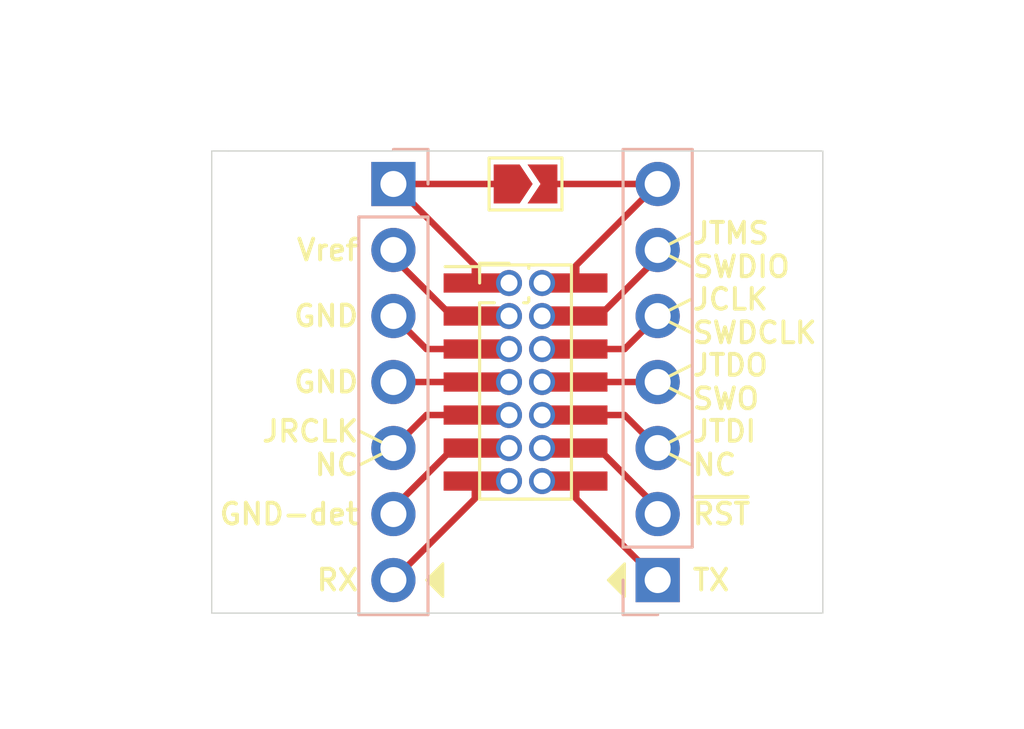
<source format=kicad_pcb>
(kicad_pcb (version 20171130) (host pcbnew "(5.1.8)-1")

  (general
    (thickness 1.6)
    (drawings 33)
    (tracks 45)
    (zones 0)
    (modules 5)
    (nets 16)
  )

  (page A4)
  (layers
    (0 F.Cu signal)
    (31 B.Cu signal)
    (32 B.Adhes user)
    (33 F.Adhes user)
    (34 B.Paste user)
    (35 F.Paste user)
    (36 B.SilkS user)
    (37 F.SilkS user)
    (38 B.Mask user)
    (39 F.Mask user)
    (40 Dwgs.User user)
    (41 Cmts.User user)
    (42 Eco1.User user)
    (43 Eco2.User user)
    (44 Edge.Cuts user)
    (45 Margin user)
    (46 B.CrtYd user)
    (47 F.CrtYd user)
    (48 B.Fab user)
    (49 F.Fab user)
  )

  (setup
    (last_trace_width 0.25)
    (trace_clearance 0.2)
    (zone_clearance 0.508)
    (zone_45_only no)
    (trace_min 0.2)
    (via_size 0.8)
    (via_drill 0.4)
    (via_min_size 0.4)
    (via_min_drill 0.3)
    (uvia_size 0.3)
    (uvia_drill 0.1)
    (uvias_allowed no)
    (uvia_min_size 0.2)
    (uvia_min_drill 0.1)
    (edge_width 0.05)
    (segment_width 0.2)
    (pcb_text_width 0.3)
    (pcb_text_size 1.5 1.5)
    (mod_edge_width 0.12)
    (mod_text_size 1 1)
    (mod_text_width 0.15)
    (pad_size 1 1)
    (pad_drill 0.65)
    (pad_to_mask_clearance 0)
    (aux_axis_origin 0 0)
    (visible_elements 7FFFFFFF)
    (pcbplotparams
      (layerselection 0x010fc_ffffffff)
      (usegerberextensions false)
      (usegerberattributes true)
      (usegerberadvancedattributes true)
      (creategerberjobfile true)
      (excludeedgelayer true)
      (linewidth 0.100000)
      (plotframeref false)
      (viasonmask false)
      (mode 1)
      (useauxorigin false)
      (hpglpennumber 1)
      (hpglpenspeed 20)
      (hpglpendiameter 15.000000)
      (psnegative false)
      (psa4output false)
      (plotreference true)
      (plotvalue true)
      (plotinvisibletext false)
      (padsonsilk false)
      (subtractmaskfromsilk false)
      (outputformat 1)
      (mirror false)
      (drillshape 1)
      (scaleselection 1)
      (outputdirectory ""))
  )

  (net 0 "")
  (net 1 TX)
  (net 2 RX)
  (net 3 NRST)
  (net 4 GND_detect)
  (net 5 JTDI_NC)
  (net 6 JRCLK_NC)
  (net 7 JTDO_SWO)
  (net 8 GND)
  (net 9 JCLK_SWDCLK)
  (net 10 JTMS_SWDIO)
  (net 11 Vref)
  (net 12 "Net-(J1-Pad2)")
  (net 13 "Net-(J1-Pad1)")
  (net 14 "Net-(J3-Pad1)")
  (net 15 "Net-(J4-Pad7)")

  (net_class Default "This is the default net class."
    (clearance 0.2)
    (trace_width 0.25)
    (via_dia 0.8)
    (via_drill 0.4)
    (uvia_dia 0.3)
    (uvia_drill 0.1)
    (add_net GND)
    (add_net GND_detect)
    (add_net JCLK_SWDCLK)
    (add_net JRCLK_NC)
    (add_net JTDI_NC)
    (add_net JTDO_SWO)
    (add_net JTMS_SWDIO)
    (add_net NRST)
    (add_net "Net-(J1-Pad1)")
    (add_net "Net-(J1-Pad2)")
    (add_net "Net-(J3-Pad1)")
    (add_net "Net-(J4-Pad7)")
    (add_net RX)
    (add_net TX)
    (add_net Vref)
  )

  (module Connector_PinHeader_2.54mm:PinHeader_1x07_P2.54mm_Vertical (layer B.Cu) (tedit 5FE1F7D1) (tstamp 5FE26BC8)
    (at 133.985 92.075)
    (descr "Through hole straight pin header, 1x07, 2.54mm pitch, single row")
    (tags "Through hole pin header THT 1x07 2.54mm single row")
    (path /5FE37377)
    (fp_text reference J4 (at 0 2.33) (layer B.SilkS) hide
      (effects (font (size 1 1) (thickness 0.15)) (justify mirror))
    )
    (fp_text value 2 (at 0 -17.57) (layer B.Fab) hide
      (effects (font (size 1 1) (thickness 0.15)) (justify mirror))
    )
    (fp_line (start 1.8 1.8) (end -1.8 1.8) (layer B.CrtYd) (width 0.05))
    (fp_line (start 1.8 -17.05) (end 1.8 1.8) (layer B.CrtYd) (width 0.05))
    (fp_line (start -1.8 -17.05) (end 1.8 -17.05) (layer B.CrtYd) (width 0.05))
    (fp_line (start -1.8 1.8) (end -1.8 -17.05) (layer B.CrtYd) (width 0.05))
    (fp_line (start -1.33 1.33) (end 0 1.33) (layer B.SilkS) (width 0.12))
    (fp_line (start -1.33 0) (end -1.33 1.33) (layer B.SilkS) (width 0.12))
    (fp_line (start -1.33 -1.27) (end 1.33 -1.27) (layer B.SilkS) (width 0.12))
    (fp_line (start 1.33 -1.27) (end 1.33 -16.57) (layer B.SilkS) (width 0.12))
    (fp_line (start -1.33 -1.27) (end -1.33 -16.57) (layer B.SilkS) (width 0.12))
    (fp_line (start -1.33 -16.57) (end 1.33 -16.57) (layer B.SilkS) (width 0.12))
    (fp_line (start -1.27 0.635) (end -0.635 1.27) (layer B.Fab) (width 0.1))
    (fp_line (start -1.27 -16.51) (end -1.27 0.635) (layer B.Fab) (width 0.1))
    (fp_line (start 1.27 -16.51) (end -1.27 -16.51) (layer B.Fab) (width 0.1))
    (fp_line (start 1.27 1.27) (end 1.27 -16.51) (layer B.Fab) (width 0.1))
    (fp_line (start -0.635 1.27) (end 1.27 1.27) (layer B.Fab) (width 0.1))
    (fp_text user %R (at 0 -7.62 -90) (layer B.Fab)
      (effects (font (size 1 1) (thickness 0.15)) (justify mirror))
    )
    (pad 7 thru_hole oval (at 0 -15.24) (size 1.7 1.7) (drill 1) (layers *.Cu *.Mask)
      (net 12 "Net-(J1-Pad2)"))
    (pad 6 thru_hole oval (at 0 -12.7) (size 1.7 1.7) (drill 1) (layers *.Cu *.Mask)
      (net 10 JTMS_SWDIO))
    (pad 5 thru_hole oval (at 0 -10.16) (size 1.7 1.7) (drill 1) (layers *.Cu *.Mask)
      (net 9 JCLK_SWDCLK))
    (pad 4 thru_hole oval (at 0 -7.62) (size 1.7 1.7) (drill 1) (layers *.Cu *.Mask)
      (net 7 JTDO_SWO))
    (pad 3 thru_hole oval (at 0 -5.08) (size 1.7 1.7) (drill 1) (layers *.Cu *.Mask)
      (net 5 JTDI_NC))
    (pad 2 thru_hole oval (at 0 -2.54) (size 1.7 1.7) (drill 1) (layers *.Cu *.Mask)
      (net 3 NRST))
    (pad 1 thru_hole rect (at 0 0) (size 1.7 1.7) (drill 1) (layers *.Cu *.Mask)
      (net 1 TX))
    (model ${KISYS3DMOD}/Connector_PinHeader_2.54mm.3dshapes/PinHeader_1x07_P2.54mm_Vertical.wrl
      (at (xyz 0 0 0))
      (scale (xyz 1 1 1))
      (rotate (xyz 0 0 0))
    )
  )

  (module Connector_PinHeader_2.54mm:PinHeader_1x07_P2.54mm_Vertical (layer B.Cu) (tedit 5FE1F7DA) (tstamp 5FE26BAD)
    (at 123.825 76.835 180)
    (descr "Through hole straight pin header, 1x07, 2.54mm pitch, single row")
    (tags "Through hole pin header THT 1x07 2.54mm single row")
    (path /5FE36E01)
    (fp_text reference J3 (at 0 2.33) (layer B.SilkS) hide
      (effects (font (size 1 1) (thickness 0.15)) (justify mirror))
    )
    (fp_text value 1 (at 0 -17.57) (layer B.Fab) hide
      (effects (font (size 1 1) (thickness 0.15)) (justify mirror))
    )
    (fp_line (start 1.8 1.8) (end -1.8 1.8) (layer B.CrtYd) (width 0.05))
    (fp_line (start 1.8 -17.05) (end 1.8 1.8) (layer B.CrtYd) (width 0.05))
    (fp_line (start -1.8 -17.05) (end 1.8 -17.05) (layer B.CrtYd) (width 0.05))
    (fp_line (start -1.8 1.8) (end -1.8 -17.05) (layer B.CrtYd) (width 0.05))
    (fp_line (start -1.33 1.33) (end 0 1.33) (layer B.SilkS) (width 0.12))
    (fp_line (start -1.33 0) (end -1.33 1.33) (layer B.SilkS) (width 0.12))
    (fp_line (start -1.33 -1.27) (end 1.33 -1.27) (layer B.SilkS) (width 0.12))
    (fp_line (start 1.33 -1.27) (end 1.33 -16.57) (layer B.SilkS) (width 0.12))
    (fp_line (start -1.33 -1.27) (end -1.33 -16.57) (layer B.SilkS) (width 0.12))
    (fp_line (start -1.33 -16.57) (end 1.33 -16.57) (layer B.SilkS) (width 0.12))
    (fp_line (start -1.27 0.635) (end -0.635 1.27) (layer B.Fab) (width 0.1))
    (fp_line (start -1.27 -16.51) (end -1.27 0.635) (layer B.Fab) (width 0.1))
    (fp_line (start 1.27 -16.51) (end -1.27 -16.51) (layer B.Fab) (width 0.1))
    (fp_line (start 1.27 1.27) (end 1.27 -16.51) (layer B.Fab) (width 0.1))
    (fp_line (start -0.635 1.27) (end 1.27 1.27) (layer B.Fab) (width 0.1))
    (fp_text user %R (at 0 -7.62 270) (layer B.Fab)
      (effects (font (size 1 1) (thickness 0.15)) (justify mirror))
    )
    (pad 7 thru_hole oval (at 0 -15.24 180) (size 1.7 1.7) (drill 1) (layers *.Cu *.Mask)
      (net 2 RX))
    (pad 6 thru_hole oval (at 0 -12.7 180) (size 1.7 1.7) (drill 1) (layers *.Cu *.Mask)
      (net 4 GND_detect))
    (pad 5 thru_hole oval (at 0 -10.16 180) (size 1.7 1.7) (drill 1) (layers *.Cu *.Mask)
      (net 6 JRCLK_NC))
    (pad 4 thru_hole oval (at 0 -7.62 180) (size 1.7 1.7) (drill 1) (layers *.Cu *.Mask)
      (net 8 GND))
    (pad 3 thru_hole oval (at 0 -5.08 180) (size 1.7 1.7) (drill 1) (layers *.Cu *.Mask)
      (net 8 GND))
    (pad 2 thru_hole oval (at 0 -2.54 180) (size 1.7 1.7) (drill 1) (layers *.Cu *.Mask)
      (net 11 Vref))
    (pad 1 thru_hole rect (at 0 0 180) (size 1.7 1.7) (drill 1) (layers *.Cu *.Mask)
      (net 13 "Net-(J1-Pad1)"))
    (model ${KISYS3DMOD}/Connector_PinHeader_2.54mm.3dshapes/PinHeader_1x07_P2.54mm_Vertical.wrl
      (at (xyz 0 0 0))
      (scale (xyz 1 1 1))
      (rotate (xyz 0 0 0))
    )
  )

  (module Jumper:SolderJumper-2_P1.3mm_Open_TrianglePad1.0x1.5mm (layer F.Cu) (tedit 5FE1F36A) (tstamp 5FE2591F)
    (at 128.905 76.835)
    (descr "SMD Solder Jumper, 1x1.5mm Triangular Pads, 0.3mm gap, open")
    (tags "solder jumper open")
    (path /5FE2B60A)
    (attr virtual)
    (fp_text reference JP1 (at 0 -1.8) (layer F.SilkS) hide
      (effects (font (size 1 1) (thickness 0.15)))
    )
    (fp_text value Reserved (at 0 1.9) (layer F.Fab)
      (effects (font (size 1 1) (thickness 0.15)))
    )
    (fp_line (start 1.65 1.25) (end -1.65 1.25) (layer F.CrtYd) (width 0.05))
    (fp_line (start 1.65 1.25) (end 1.65 -1.25) (layer F.CrtYd) (width 0.05))
    (fp_line (start -1.65 -1.25) (end -1.65 1.25) (layer F.CrtYd) (width 0.05))
    (fp_line (start -1.65 -1.25) (end 1.65 -1.25) (layer F.CrtYd) (width 0.05))
    (fp_line (start -1.4 -1) (end 1.4 -1) (layer F.SilkS) (width 0.12))
    (fp_line (start 1.4 -1) (end 1.4 1) (layer F.SilkS) (width 0.12))
    (fp_line (start 1.4 1) (end -1.4 1) (layer F.SilkS) (width 0.12))
    (fp_line (start -1.4 1) (end -1.4 -1) (layer F.SilkS) (width 0.12))
    (pad 1 smd custom (at -0.725 0) (size 0.3 0.3) (layers F.Cu F.Mask)
      (net 14 "Net-(J3-Pad1)") (zone_connect 2)
      (options (clearance outline) (anchor rect))
      (primitives
        (gr_poly (pts
           (xy -0.5 -0.75) (xy 0.5 -0.75) (xy 1 0) (xy 0.5 0.75) (xy -0.5 0.75)
) (width 0))
      ))
    (pad 2 smd custom (at 0.725 0) (size 0.3 0.3) (layers F.Cu F.Mask)
      (net 15 "Net-(J4-Pad7)") (zone_connect 2)
      (options (clearance outline) (anchor rect))
      (primitives
        (gr_poly (pts
           (xy -0.65 -0.75) (xy 0.5 -0.75) (xy 0.5 0.75) (xy -0.65 0.75) (xy -0.15 0)
) (width 0))
      ))
  )

  (module Connector_PinHeader_1.27mm:PinHeader_2x07_P1.27mm_Vertical (layer F.Cu) (tedit 5FE1F7F5) (tstamp 5FE24DE4)
    (at 128.27 80.645)
    (descr "Through hole straight pin header, 2x07, 1.27mm pitch, double rows")
    (tags "Through hole pin header THT 2x07 1.27mm double row")
    (path /5FE27470)
    (fp_text reference J2 (at 0.635 -1.695) (layer F.SilkS) hide
      (effects (font (size 1 1) (thickness 0.15)))
    )
    (fp_text value STDC14_THT (at 0.635 9.315) (layer F.Fab)
      (effects (font (size 1 1) (thickness 0.15)))
    )
    (fp_line (start -0.2175 -0.635) (end 2.34 -0.635) (layer F.Fab) (width 0.1))
    (fp_line (start 2.34 -0.635) (end 2.34 8.255) (layer F.Fab) (width 0.1))
    (fp_line (start 2.34 8.255) (end -1.07 8.255) (layer F.Fab) (width 0.1))
    (fp_line (start -1.07 8.255) (end -1.07 0.2175) (layer F.Fab) (width 0.1))
    (fp_line (start -1.07 0.2175) (end -0.2175 -0.635) (layer F.Fab) (width 0.1))
    (fp_line (start -1.13 8.315) (end -0.30753 8.315) (layer F.SilkS) (width 0.12))
    (fp_line (start 1.57753 8.315) (end 2.4 8.315) (layer F.SilkS) (width 0.12))
    (fp_line (start 0.30753 8.315) (end 0.96247 8.315) (layer F.SilkS) (width 0.12))
    (fp_line (start -1.13 0.76) (end -1.13 8.315) (layer F.SilkS) (width 0.12))
    (fp_line (start 2.4 -0.695) (end 2.4 8.315) (layer F.SilkS) (width 0.12))
    (fp_line (start -1.13 0.76) (end -0.563471 0.76) (layer F.SilkS) (width 0.12))
    (fp_line (start 0.563471 0.76) (end 0.706529 0.76) (layer F.SilkS) (width 0.12))
    (fp_line (start 0.76 0.706529) (end 0.76 0.563471) (layer F.SilkS) (width 0.12))
    (fp_line (start 0.76 -0.563471) (end 0.76 -0.695) (layer F.SilkS) (width 0.12))
    (fp_line (start 0.76 -0.695) (end 0.96247 -0.695) (layer F.SilkS) (width 0.12))
    (fp_line (start 1.57753 -0.695) (end 2.4 -0.695) (layer F.SilkS) (width 0.12))
    (fp_line (start -1.13 0) (end -1.13 -0.76) (layer F.SilkS) (width 0.12))
    (fp_line (start -1.13 -0.76) (end 0 -0.76) (layer F.SilkS) (width 0.12))
    (fp_line (start -1.6 -1.15) (end -1.6 8.8) (layer F.CrtYd) (width 0.05))
    (fp_line (start -1.6 8.8) (end 2.85 8.8) (layer F.CrtYd) (width 0.05))
    (fp_line (start 2.85 8.8) (end 2.85 -1.15) (layer F.CrtYd) (width 0.05))
    (fp_line (start 2.85 -1.15) (end -1.6 -1.15) (layer F.CrtYd) (width 0.05))
    (fp_text user %R (at 0.635 3.81 90) (layer F.Fab)
      (effects (font (size 1 1) (thickness 0.15)))
    )
    (pad 14 thru_hole oval (at 1.27 7.62) (size 1 1) (drill 0.65) (layers *.Cu *.Mask)
      (net 1 TX))
    (pad 13 thru_hole oval (at 0 7.62) (size 1 1) (drill 0.65) (layers *.Cu *.Mask)
      (net 2 RX))
    (pad 12 thru_hole oval (at 1.27 6.35) (size 1 1) (drill 0.65) (layers *.Cu *.Mask)
      (net 3 NRST))
    (pad 11 thru_hole oval (at 0 6.35) (size 1 1) (drill 0.65) (layers *.Cu *.Mask)
      (net 4 GND_detect))
    (pad 10 thru_hole oval (at 1.27 5.08) (size 1 1) (drill 0.65) (layers *.Cu *.Mask)
      (net 5 JTDI_NC))
    (pad 9 thru_hole oval (at 0 5.08) (size 1 1) (drill 0.65) (layers *.Cu *.Mask)
      (net 6 JRCLK_NC))
    (pad 8 thru_hole oval (at 1.27 3.81) (size 1 1) (drill 0.65) (layers *.Cu *.Mask)
      (net 7 JTDO_SWO))
    (pad 7 thru_hole oval (at 0 3.81) (size 1 1) (drill 0.65) (layers *.Cu *.Mask)
      (net 8 GND))
    (pad 6 thru_hole oval (at 1.27 2.54) (size 1 1) (drill 0.65) (layers *.Cu *.Mask)
      (net 9 JCLK_SWDCLK))
    (pad 5 thru_hole oval (at 0 2.54) (size 1 1) (drill 0.65) (layers *.Cu *.Mask)
      (net 8 GND))
    (pad 4 thru_hole oval (at 1.27 1.27) (size 1 1) (drill 0.65) (layers *.Cu *.Mask)
      (net 10 JTMS_SWDIO))
    (pad 3 thru_hole oval (at 0 1.27) (size 1 1) (drill 0.65) (layers *.Cu *.Mask)
      (net 11 Vref))
    (pad 2 thru_hole oval (at 1.27 0) (size 1 1) (drill 0.65) (layers *.Cu *.Mask)
      (net 12 "Net-(J1-Pad2)"))
    (pad 1 thru_hole circle (at 0 0) (size 1 1) (drill 0.65) (layers *.Cu *.Mask)
      (net 13 "Net-(J1-Pad1)"))
    (model ${KISYS3DMOD}/Connector_PinHeader_1.27mm.3dshapes/PinHeader_2x07_P1.27mm_Vertical.wrl
      (at (xyz 0 0 0))
      (scale (xyz 1 1 1))
      (rotate (xyz 0 0 0))
    )
  )

  (module Connector_PinHeader_1.27mm:PinHeader_2x07_P1.27mm_Vertical_SMD (layer F.Cu) (tedit 59FED6E3) (tstamp 5FE24DBB)
    (at 128.905 84.455)
    (descr "surface-mounted straight pin header, 2x07, 1.27mm pitch, double rows")
    (tags "Surface mounted pin header SMD 2x07 1.27mm double row")
    (path /5FE1EFCC)
    (attr smd)
    (fp_text reference J1 (at 0 -5.505) (layer F.SilkS) hide
      (effects (font (size 1 1) (thickness 0.15)))
    )
    (fp_text value STDC14_SMD (at 0 5.505) (layer F.Fab)
      (effects (font (size 1 1) (thickness 0.15)))
    )
    (fp_line (start 1.705 4.445) (end -1.705 4.445) (layer F.Fab) (width 0.1))
    (fp_line (start -1.27 -4.445) (end 1.705 -4.445) (layer F.Fab) (width 0.1))
    (fp_line (start -1.705 4.445) (end -1.705 -4.01) (layer F.Fab) (width 0.1))
    (fp_line (start -1.705 -4.01) (end -1.27 -4.445) (layer F.Fab) (width 0.1))
    (fp_line (start 1.705 -4.445) (end 1.705 4.445) (layer F.Fab) (width 0.1))
    (fp_line (start -1.705 -4.01) (end -2.75 -4.01) (layer F.Fab) (width 0.1))
    (fp_line (start -2.75 -4.01) (end -2.75 -3.61) (layer F.Fab) (width 0.1))
    (fp_line (start -2.75 -3.61) (end -1.705 -3.61) (layer F.Fab) (width 0.1))
    (fp_line (start 1.705 -4.01) (end 2.75 -4.01) (layer F.Fab) (width 0.1))
    (fp_line (start 2.75 -4.01) (end 2.75 -3.61) (layer F.Fab) (width 0.1))
    (fp_line (start 2.75 -3.61) (end 1.705 -3.61) (layer F.Fab) (width 0.1))
    (fp_line (start -1.705 -2.74) (end -2.75 -2.74) (layer F.Fab) (width 0.1))
    (fp_line (start -2.75 -2.74) (end -2.75 -2.34) (layer F.Fab) (width 0.1))
    (fp_line (start -2.75 -2.34) (end -1.705 -2.34) (layer F.Fab) (width 0.1))
    (fp_line (start 1.705 -2.74) (end 2.75 -2.74) (layer F.Fab) (width 0.1))
    (fp_line (start 2.75 -2.74) (end 2.75 -2.34) (layer F.Fab) (width 0.1))
    (fp_line (start 2.75 -2.34) (end 1.705 -2.34) (layer F.Fab) (width 0.1))
    (fp_line (start -1.705 -1.47) (end -2.75 -1.47) (layer F.Fab) (width 0.1))
    (fp_line (start -2.75 -1.47) (end -2.75 -1.07) (layer F.Fab) (width 0.1))
    (fp_line (start -2.75 -1.07) (end -1.705 -1.07) (layer F.Fab) (width 0.1))
    (fp_line (start 1.705 -1.47) (end 2.75 -1.47) (layer F.Fab) (width 0.1))
    (fp_line (start 2.75 -1.47) (end 2.75 -1.07) (layer F.Fab) (width 0.1))
    (fp_line (start 2.75 -1.07) (end 1.705 -1.07) (layer F.Fab) (width 0.1))
    (fp_line (start -1.705 -0.2) (end -2.75 -0.2) (layer F.Fab) (width 0.1))
    (fp_line (start -2.75 -0.2) (end -2.75 0.2) (layer F.Fab) (width 0.1))
    (fp_line (start -2.75 0.2) (end -1.705 0.2) (layer F.Fab) (width 0.1))
    (fp_line (start 1.705 -0.2) (end 2.75 -0.2) (layer F.Fab) (width 0.1))
    (fp_line (start 2.75 -0.2) (end 2.75 0.2) (layer F.Fab) (width 0.1))
    (fp_line (start 2.75 0.2) (end 1.705 0.2) (layer F.Fab) (width 0.1))
    (fp_line (start -1.705 1.07) (end -2.75 1.07) (layer F.Fab) (width 0.1))
    (fp_line (start -2.75 1.07) (end -2.75 1.47) (layer F.Fab) (width 0.1))
    (fp_line (start -2.75 1.47) (end -1.705 1.47) (layer F.Fab) (width 0.1))
    (fp_line (start 1.705 1.07) (end 2.75 1.07) (layer F.Fab) (width 0.1))
    (fp_line (start 2.75 1.07) (end 2.75 1.47) (layer F.Fab) (width 0.1))
    (fp_line (start 2.75 1.47) (end 1.705 1.47) (layer F.Fab) (width 0.1))
    (fp_line (start -1.705 2.34) (end -2.75 2.34) (layer F.Fab) (width 0.1))
    (fp_line (start -2.75 2.34) (end -2.75 2.74) (layer F.Fab) (width 0.1))
    (fp_line (start -2.75 2.74) (end -1.705 2.74) (layer F.Fab) (width 0.1))
    (fp_line (start 1.705 2.34) (end 2.75 2.34) (layer F.Fab) (width 0.1))
    (fp_line (start 2.75 2.34) (end 2.75 2.74) (layer F.Fab) (width 0.1))
    (fp_line (start 2.75 2.74) (end 1.705 2.74) (layer F.Fab) (width 0.1))
    (fp_line (start -1.705 3.61) (end -2.75 3.61) (layer F.Fab) (width 0.1))
    (fp_line (start -2.75 3.61) (end -2.75 4.01) (layer F.Fab) (width 0.1))
    (fp_line (start -2.75 4.01) (end -1.705 4.01) (layer F.Fab) (width 0.1))
    (fp_line (start 1.705 3.61) (end 2.75 3.61) (layer F.Fab) (width 0.1))
    (fp_line (start 2.75 3.61) (end 2.75 4.01) (layer F.Fab) (width 0.1))
    (fp_line (start 2.75 4.01) (end 1.705 4.01) (layer F.Fab) (width 0.1))
    (fp_line (start -1.765 -4.505) (end 1.765 -4.505) (layer F.SilkS) (width 0.12))
    (fp_line (start -1.765 4.505) (end 1.765 4.505) (layer F.SilkS) (width 0.12))
    (fp_line (start -3.09 -4.44) (end -1.765 -4.44) (layer F.SilkS) (width 0.12))
    (fp_line (start -1.765 -4.505) (end -1.765 -4.44) (layer F.SilkS) (width 0.12))
    (fp_line (start 1.765 -4.505) (end 1.765 -4.44) (layer F.SilkS) (width 0.12))
    (fp_line (start -1.765 4.44) (end -1.765 4.505) (layer F.SilkS) (width 0.12))
    (fp_line (start 1.765 4.44) (end 1.765 4.505) (layer F.SilkS) (width 0.12))
    (fp_line (start -4.3 -4.95) (end -4.3 4.95) (layer F.CrtYd) (width 0.05))
    (fp_line (start -4.3 4.95) (end 4.3 4.95) (layer F.CrtYd) (width 0.05))
    (fp_line (start 4.3 4.95) (end 4.3 -4.95) (layer F.CrtYd) (width 0.05))
    (fp_line (start 4.3 -4.95) (end -4.3 -4.95) (layer F.CrtYd) (width 0.05))
    (fp_text user %R (at 0 0 90) (layer F.Fab)
      (effects (font (size 1 1) (thickness 0.15)))
    )
    (pad 14 smd rect (at 1.95 3.81) (size 2.4 0.74) (layers F.Cu F.Paste F.Mask)
      (net 1 TX))
    (pad 13 smd rect (at -1.95 3.81) (size 2.4 0.74) (layers F.Cu F.Paste F.Mask)
      (net 2 RX))
    (pad 12 smd rect (at 1.95 2.54) (size 2.4 0.74) (layers F.Cu F.Paste F.Mask)
      (net 3 NRST))
    (pad 11 smd rect (at -1.95 2.54) (size 2.4 0.74) (layers F.Cu F.Paste F.Mask)
      (net 4 GND_detect))
    (pad 10 smd rect (at 1.95 1.27) (size 2.4 0.74) (layers F.Cu F.Paste F.Mask)
      (net 5 JTDI_NC))
    (pad 9 smd rect (at -1.95 1.27) (size 2.4 0.74) (layers F.Cu F.Paste F.Mask)
      (net 6 JRCLK_NC))
    (pad 8 smd rect (at 1.95 0) (size 2.4 0.74) (layers F.Cu F.Paste F.Mask)
      (net 7 JTDO_SWO))
    (pad 7 smd rect (at -1.95 0) (size 2.4 0.74) (layers F.Cu F.Paste F.Mask)
      (net 8 GND))
    (pad 6 smd rect (at 1.95 -1.27) (size 2.4 0.74) (layers F.Cu F.Paste F.Mask)
      (net 9 JCLK_SWDCLK))
    (pad 5 smd rect (at -1.95 -1.27) (size 2.4 0.74) (layers F.Cu F.Paste F.Mask)
      (net 8 GND))
    (pad 4 smd rect (at 1.95 -2.54) (size 2.4 0.74) (layers F.Cu F.Paste F.Mask)
      (net 10 JTMS_SWDIO))
    (pad 3 smd rect (at -1.95 -2.54) (size 2.4 0.74) (layers F.Cu F.Paste F.Mask)
      (net 11 Vref))
    (pad 2 smd rect (at 1.95 -3.81) (size 2.4 0.74) (layers F.Cu F.Paste F.Mask)
      (net 12 "Net-(J1-Pad2)"))
    (pad 1 smd rect (at -1.95 -3.81) (size 2.4 0.74) (layers F.Cu F.Paste F.Mask)
      (net 13 "Net-(J1-Pad1)"))
    (model ${KISYS3DMOD}/Connector_PinHeader_1.27mm.3dshapes/PinHeader_2x07_P1.27mm_Vertical_SMD.wrl
      (at (xyz 0 0 0))
      (scale (xyz 1 1 1))
      (rotate (xyz 0 0 0))
    )
  )

  (dimension 23.495 (width 0.15) (layer Dwgs.User)
    (gr_text "0.9250 in" (at 128.5875 70.455) (layer Dwgs.User)
      (effects (font (size 1 1) (thickness 0.15)))
    )
    (feature1 (pts (xy 140.335 75.565) (xy 140.335 71.168579)))
    (feature2 (pts (xy 116.84 75.565) (xy 116.84 71.168579)))
    (crossbar (pts (xy 116.84 71.755) (xy 140.335 71.755)))
    (arrow1a (pts (xy 140.335 71.755) (xy 139.208496 72.341421)))
    (arrow1b (pts (xy 140.335 71.755) (xy 139.208496 71.168579)))
    (arrow2a (pts (xy 116.84 71.755) (xy 117.966504 72.341421)))
    (arrow2b (pts (xy 116.84 71.755) (xy 117.966504 71.168579)))
  )
  (dimension 17.78 (width 0.15) (layer Dwgs.User)
    (gr_text "0.7000 in" (at 112.365 84.455 270) (layer Dwgs.User)
      (effects (font (size 1 1) (thickness 0.15)))
    )
    (feature1 (pts (xy 116.84 93.345) (xy 113.078579 93.345)))
    (feature2 (pts (xy 116.84 75.565) (xy 113.078579 75.565)))
    (crossbar (pts (xy 113.665 75.565) (xy 113.665 93.345)))
    (arrow1a (pts (xy 113.665 93.345) (xy 113.078579 92.218496)))
    (arrow1b (pts (xy 113.665 93.345) (xy 114.251421 92.218496)))
    (arrow2a (pts (xy 113.665 75.565) (xy 113.078579 76.691504)))
    (arrow2b (pts (xy 113.665 75.565) (xy 114.251421 76.691504)))
  )
  (dimension 17.78 (width 0.15) (layer Dwgs.User)
    (gr_text "17.780 mm" (at 146.715 84.455 270) (layer Dwgs.User)
      (effects (font (size 1 1) (thickness 0.15)))
    )
    (feature1 (pts (xy 140.335 93.345) (xy 146.001421 93.345)))
    (feature2 (pts (xy 140.335 75.565) (xy 146.001421 75.565)))
    (crossbar (pts (xy 145.415 75.565) (xy 145.415 93.345)))
    (arrow1a (pts (xy 145.415 93.345) (xy 144.828579 92.218496)))
    (arrow1b (pts (xy 145.415 93.345) (xy 146.001421 92.218496)))
    (arrow2a (pts (xy 145.415 75.565) (xy 144.828579 76.691504)))
    (arrow2b (pts (xy 145.415 75.565) (xy 146.001421 76.691504)))
  )
  (dimension 23.495 (width 0.15) (layer Dwgs.User)
    (gr_text "23.495 mm" (at 128.5875 98.454999) (layer Dwgs.User)
      (effects (font (size 1 1) (thickness 0.15)))
    )
    (feature1 (pts (xy 140.335 93.345) (xy 140.335 97.74142)))
    (feature2 (pts (xy 116.84 93.345) (xy 116.84 97.74142)))
    (crossbar (pts (xy 116.84 97.154999) (xy 140.335 97.154999)))
    (arrow1a (pts (xy 140.335 97.154999) (xy 139.208496 97.74142)))
    (arrow1b (pts (xy 140.335 97.154999) (xy 139.208496 96.568578)))
    (arrow2a (pts (xy 116.84 97.154999) (xy 117.966504 97.74142)))
    (arrow2b (pts (xy 116.84 97.154999) (xy 117.966504 96.568578)))
  )
  (gr_line (start 140.335 93.345) (end 140.335 75.565) (layer Edge.Cuts) (width 0.05) (tstamp 5FE1FB5A))
  (gr_line (start 116.84 93.345) (end 140.335 93.345) (layer Edge.Cuts) (width 0.05))
  (gr_line (start 116.84 75.565) (end 116.84 93.345) (layer Edge.Cuts) (width 0.05))
  (gr_line (start 117.475 75.565) (end 116.84 75.565) (layer Edge.Cuts) (width 0.05))
  (gr_line (start 140.335 75.565) (end 117.475 75.565) (layer Edge.Cuts) (width 0.05))
  (gr_text TX (at 135.255 92.075) (layer F.SilkS) (tstamp 5FE1FADA)
    (effects (font (size 0.8 0.8) (thickness 0.15)) (justify left))
  )
  (gr_text ~RST (at 135.255 89.535) (layer F.SilkS)
    (effects (font (size 0.8 0.8) (thickness 0.15)) (justify left))
  )
  (gr_line (start 133.985 86.995) (end 135.255 87.63) (layer F.SilkS) (width 0.12))
  (gr_line (start 135.255 86.36) (end 133.985 86.995) (layer F.SilkS) (width 0.12))
  (gr_text "JTDI\nNC" (at 135.255 86.995) (layer F.SilkS) (tstamp 5FE1FA7C)
    (effects (font (size 0.8 0.8) (thickness 0.15)) (justify left))
  )
  (gr_line (start 133.985 84.455) (end 135.255 85.09) (layer F.SilkS) (width 0.12))
  (gr_line (start 135.255 83.82) (end 133.985 84.455) (layer F.SilkS) (width 0.12))
  (gr_text "JTDO\nSWO" (at 135.255 84.455) (layer F.SilkS) (tstamp 5FE1FA7C)
    (effects (font (size 0.8 0.8) (thickness 0.15)) (justify left))
  )
  (gr_line (start 123.825 86.995) (end 122.555 87.63) (layer F.SilkS) (width 0.12))
  (gr_line (start 122.555 86.36) (end 123.825 86.995) (layer F.SilkS) (width 0.12))
  (gr_line (start 133.985 81.915) (end 135.255 82.55) (layer F.SilkS) (width 0.12))
  (gr_line (start 135.255 81.28) (end 133.985 81.915) (layer F.SilkS) (width 0.12))
  (gr_line (start 133.985 79.375) (end 135.255 80.01) (layer F.SilkS) (width 0.12))
  (gr_line (start 135.255 78.74) (end 133.985 79.375) (layer F.SilkS) (width 0.12))
  (gr_text "JCLK\nSWDCLK" (at 135.255 81.915) (layer F.SilkS)
    (effects (font (size 0.8 0.8) (thickness 0.15)) (justify left))
  )
  (gr_text "JTMS\nSWDIO" (at 135.255 79.375) (layer F.SilkS)
    (effects (font (size 0.8 0.8) (thickness 0.15)) (justify left))
  )
  (gr_text RX (at 122.555 92.075) (layer F.SilkS)
    (effects (font (size 0.8 0.8) (thickness 0.15)) (justify right))
  )
  (gr_text GND-det (at 122.555 89.535) (layer F.SilkS)
    (effects (font (size 0.8 0.8) (thickness 0.15)) (justify right))
  )
  (gr_text "JRCLK\nNC" (at 122.555 86.995) (layer F.SilkS)
    (effects (font (size 0.8 0.8) (thickness 0.15)) (justify right))
  )
  (gr_text GND (at 122.555 84.455) (layer F.SilkS)
    (effects (font (size 0.8 0.8) (thickness 0.15)) (justify right))
  )
  (gr_text GND (at 122.555 81.915) (layer F.SilkS)
    (effects (font (size 0.8 0.8) (thickness 0.15)) (justify right))
  )
  (gr_text Vref (at 122.555 79.375) (layer F.SilkS)
    (effects (font (size 0.8 0.8) (thickness 0.15)) (justify right))
  )
  (gr_poly (pts (xy 132.08 92.075) (xy 132.715 91.44) (xy 132.715 92.71)) (layer F.SilkS) (width 0.1))
  (gr_poly (pts (xy 125.095 92.075) (xy 125.73 91.44) (xy 125.73 92.71)) (layer F.SilkS) (width 0.1))

  (segment (start 129.54 88.265) (end 130.855 88.265) (width 0.25) (layer F.Cu) (net 1))
  (segment (start 130.855 88.945) (end 130.855 88.265) (width 0.25) (layer F.Cu) (net 1))
  (segment (start 133.985 92.075) (end 130.855 88.945) (width 0.25) (layer F.Cu) (net 1))
  (segment (start 126.955 88.265) (end 128.27 88.265) (width 0.25) (layer F.Cu) (net 2))
  (segment (start 126.955 88.945) (end 126.955 88.265) (width 0.25) (layer F.Cu) (net 2))
  (segment (start 123.825 92.075) (end 126.955 88.945) (width 0.25) (layer F.Cu) (net 2))
  (segment (start 133.985 89.295) (end 133.985 89.535) (width 0.25) (layer F.Cu) (net 3))
  (segment (start 131.685 86.995) (end 133.985 89.295) (width 0.25) (layer F.Cu) (net 3))
  (segment (start 130.855 86.995) (end 131.685 86.995) (width 0.25) (layer F.Cu) (net 3))
  (segment (start 129.54 86.995) (end 130.855 86.995) (width 0.25) (layer F.Cu) (net 3))
  (segment (start 123.825 89.295) (end 123.825 89.535) (width 0.25) (layer F.Cu) (net 4))
  (segment (start 126.125 86.995) (end 123.825 89.295) (width 0.25) (layer F.Cu) (net 4))
  (segment (start 126.955 86.995) (end 126.125 86.995) (width 0.25) (layer F.Cu) (net 4))
  (segment (start 126.955 86.995) (end 128.27 86.995) (width 0.25) (layer F.Cu) (net 4))
  (segment (start 130.855 85.725) (end 129.54 85.725) (width 0.25) (layer F.Cu) (net 5))
  (segment (start 132.715 85.725) (end 133.985 86.995) (width 0.25) (layer F.Cu) (net 5))
  (segment (start 130.855 85.725) (end 132.715 85.725) (width 0.25) (layer F.Cu) (net 5))
  (segment (start 126.955 85.725) (end 128.27 85.725) (width 0.25) (layer F.Cu) (net 6))
  (segment (start 125.095 85.725) (end 123.825 86.995) (width 0.25) (layer F.Cu) (net 6))
  (segment (start 126.955 85.725) (end 125.095 85.725) (width 0.25) (layer F.Cu) (net 6))
  (segment (start 130.855 84.455) (end 133.985 84.455) (width 0.25) (layer F.Cu) (net 7))
  (segment (start 130.855 84.455) (end 129.54 84.455) (width 0.25) (layer F.Cu) (net 7))
  (segment (start 125.095 83.185) (end 123.825 81.915) (width 0.25) (layer F.Cu) (net 8))
  (segment (start 126.955 83.185) (end 125.095 83.185) (width 0.25) (layer F.Cu) (net 8))
  (segment (start 126.955 84.455) (end 123.825 84.455) (width 0.25) (layer F.Cu) (net 8))
  (segment (start 126.955 83.185) (end 128.27 83.185) (width 0.25) (layer F.Cu) (net 8))
  (segment (start 132.715 83.185) (end 133.985 81.915) (width 0.25) (layer F.Cu) (net 9))
  (segment (start 130.855 83.185) (end 132.715 83.185) (width 0.25) (layer F.Cu) (net 9))
  (segment (start 130.855 83.185) (end 129.54 83.185) (width 0.25) (layer F.Cu) (net 9))
  (segment (start 133.985 79.670002) (end 133.985 79.375) (width 0.25) (layer F.Cu) (net 10))
  (segment (start 131.740002 81.915) (end 133.985 79.670002) (width 0.25) (layer F.Cu) (net 10))
  (segment (start 130.855 81.915) (end 131.740002 81.915) (width 0.25) (layer F.Cu) (net 10))
  (segment (start 130.855 81.915) (end 129.54 81.915) (width 0.25) (layer F.Cu) (net 10))
  (segment (start 123.825 79.670002) (end 123.825 79.375) (width 0.25) (layer F.Cu) (net 11))
  (segment (start 126.069998 81.915) (end 123.825 79.670002) (width 0.25) (layer F.Cu) (net 11))
  (segment (start 126.955 81.915) (end 126.069998 81.915) (width 0.25) (layer F.Cu) (net 11))
  (segment (start 126.955 81.915) (end 128.27 81.915) (width 0.25) (layer F.Cu) (net 11))
  (segment (start 133.985 76.835) (end 129.63 76.835) (width 0.25) (layer F.Cu) (net 12))
  (segment (start 130.855 79.965) (end 130.855 80.645) (width 0.25) (layer F.Cu) (net 12))
  (segment (start 133.985 76.835) (end 130.855 79.965) (width 0.25) (layer F.Cu) (net 12))
  (segment (start 130.855 80.645) (end 129.54 80.645) (width 0.25) (layer F.Cu) (net 12))
  (segment (start 123.825 76.835) (end 128.18 76.835) (width 0.25) (layer F.Cu) (net 13))
  (segment (start 126.955 79.965) (end 123.825 76.835) (width 0.25) (layer F.Cu) (net 13))
  (segment (start 126.955 80.645) (end 126.955 79.965) (width 0.25) (layer F.Cu) (net 13))
  (segment (start 126.955 80.645) (end 128.27 80.645) (width 0.25) (layer F.Cu) (net 13))

)

</source>
